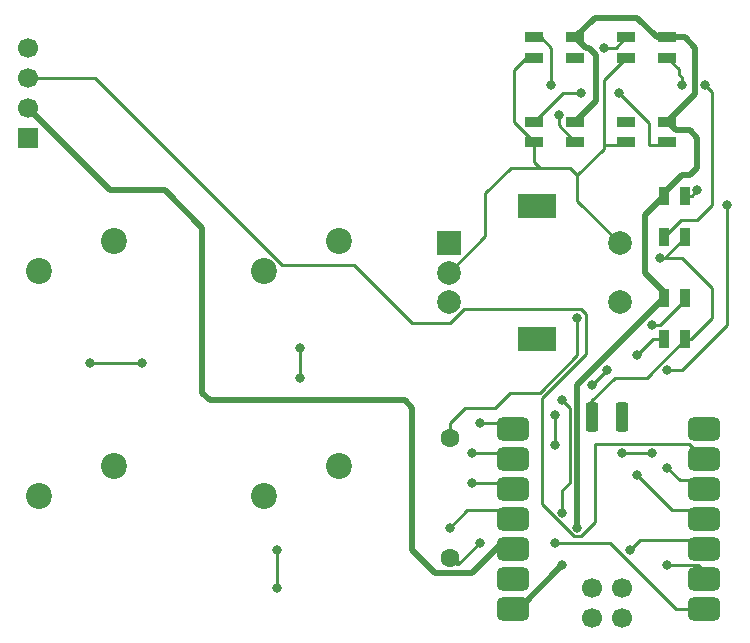
<source format=gbr>
%TF.GenerationSoftware,KiCad,Pcbnew,9.0.4*%
%TF.CreationDate,2026-01-21T00:58:39+05:30*%
%TF.ProjectId,Jayant co2 Hackpad,4a617961-6e74-4206-936f-32204861636b,rev?*%
%TF.SameCoordinates,Original*%
%TF.FileFunction,Copper,L1,Top*%
%TF.FilePolarity,Positive*%
%FSLAX46Y46*%
G04 Gerber Fmt 4.6, Leading zero omitted, Abs format (unit mm)*
G04 Created by KiCad (PCBNEW 9.0.4) date 2026-01-21 00:58:39*
%MOMM*%
%LPD*%
G01*
G04 APERTURE LIST*
G04 Aperture macros list*
%AMRoundRect*
0 Rectangle with rounded corners*
0 $1 Rounding radius*
0 $2 $3 $4 $5 $6 $7 $8 $9 X,Y pos of 4 corners*
0 Add a 4 corners polygon primitive as box body*
4,1,4,$2,$3,$4,$5,$6,$7,$8,$9,$2,$3,0*
0 Add four circle primitives for the rounded corners*
1,1,$1+$1,$2,$3*
1,1,$1+$1,$4,$5*
1,1,$1+$1,$6,$7*
1,1,$1+$1,$8,$9*
0 Add four rect primitives between the rounded corners*
20,1,$1+$1,$2,$3,$4,$5,0*
20,1,$1+$1,$4,$5,$6,$7,0*
20,1,$1+$1,$6,$7,$8,$9,0*
20,1,$1+$1,$8,$9,$2,$3,0*%
G04 Aperture macros list end*
%TA.AperFunction,ComponentPad*%
%ADD10R,1.700000X1.700000*%
%TD*%
%TA.AperFunction,ComponentPad*%
%ADD11C,1.700000*%
%TD*%
%TA.AperFunction,ComponentPad*%
%ADD12C,2.200000*%
%TD*%
%TA.AperFunction,SMDPad,CuDef*%
%ADD13R,1.600000X0.850000*%
%TD*%
%TA.AperFunction,ComponentPad*%
%ADD14C,1.600000*%
%TD*%
%TA.AperFunction,ComponentPad*%
%ADD15R,2.000000X2.000000*%
%TD*%
%TA.AperFunction,ComponentPad*%
%ADD16C,2.000000*%
%TD*%
%TA.AperFunction,ComponentPad*%
%ADD17R,3.200000X2.000000*%
%TD*%
%TA.AperFunction,SMDPad,CuDef*%
%ADD18R,0.850000X1.600000*%
%TD*%
%TA.AperFunction,SMDPad,CuDef*%
%ADD19RoundRect,0.500000X0.875000X0.500000X-0.875000X0.500000X-0.875000X-0.500000X0.875000X-0.500000X0*%
%TD*%
%TA.AperFunction,SMDPad,CuDef*%
%ADD20RoundRect,0.275000X0.275000X-0.975000X0.275000X0.975000X-0.275000X0.975000X-0.275000X-0.975000X0*%
%TD*%
%TA.AperFunction,SMDPad,CuDef*%
%ADD21C,1.700000*%
%TD*%
%TA.AperFunction,ViaPad*%
%ADD22C,0.800000*%
%TD*%
%TA.AperFunction,Conductor*%
%ADD23C,0.250000*%
%TD*%
%TA.AperFunction,Conductor*%
%ADD24C,0.500000*%
%TD*%
G04 APERTURE END LIST*
D10*
%TO.P,J1,1,Pin_1*%
%TO.N,GND*%
X80486250Y-92710000D03*
D11*
%TO.P,J1,2,Pin_2*%
%TO.N,+3.3V*%
X80486250Y-90170000D03*
%TO.P,J1,3,Pin_3*%
%TO.N,Net-(J1-Pin_3)*%
X80486250Y-87630000D03*
%TO.P,J1,4,Pin_4*%
%TO.N,Net-(J1-Pin_4)*%
X80486250Y-85090000D03*
%TD*%
D12*
%TO.P,SW1,1,1*%
%TO.N,GND*%
X87788750Y-101441250D03*
%TO.P,SW1,2,2*%
%TO.N,Net-(U1-GPIO1_D7_CSn_RX)*%
X81438750Y-103981250D03*
%TD*%
%TO.P,SW4,1,1*%
%TO.N,GND*%
X106838750Y-101441250D03*
%TO.P,SW4,2,2*%
%TO.N,Net-(U1-GPIO2_D8_SCK)*%
X100488750Y-103981250D03*
%TD*%
D13*
%TO.P,D3,1,DOUT*%
%TO.N,Net-(D3-DOUT)*%
X131120000Y-84215000D03*
%TO.P,D3,2,VSS*%
%TO.N,GND*%
X131120000Y-85965000D03*
%TO.P,D3,3,DIN*%
%TO.N,Net-(D2-DOUT)*%
X134620000Y-85965000D03*
%TO.P,D3,4,VDD*%
%TO.N,+5V*%
X134620000Y-84215000D03*
%TD*%
%TO.P,D9,1,DOUT*%
%TO.N,Net-(D5-DIN)*%
X123345000Y-91358750D03*
%TO.P,D9,2,VSS*%
%TO.N,GND*%
X123345000Y-93108750D03*
%TO.P,D9,3,DIN*%
%TO.N,Net-(D8-DOUT)*%
X126845000Y-93108750D03*
%TO.P,D9,4,VDD*%
%TO.N,+5V*%
X126845000Y-91358750D03*
%TD*%
D12*
%TO.P,SW6,1,1*%
%TO.N,GND*%
X87788750Y-120491250D03*
%TO.P,SW6,2,2*%
%TO.N,Net-(U1-GPIO4_D9_MISO)*%
X81438750Y-123031250D03*
%TD*%
D14*
%TO.P,R1,1*%
%TO.N,Net-(U1-GPIO26_A0_D0)*%
X116205000Y-128270000D03*
%TO.P,R1,2*%
%TO.N,Net-(D4-DIN)*%
X116205000Y-118110000D03*
%TD*%
D15*
%TO.P,SW10,A,A*%
%TO.N,Net-(U1-GPIO28_A2_D2)*%
X116098750Y-101640000D03*
D16*
%TO.P,SW10,B,B*%
%TO.N,Net-(U1-GPIO27_A1_D1)*%
X116098750Y-106640000D03*
%TO.P,SW10,C,C*%
%TO.N,GND*%
X116098750Y-104140000D03*
D17*
%TO.P,SW10,MP*%
%TO.N,N/C*%
X123598750Y-98540000D03*
X123598750Y-109740000D03*
D16*
%TO.P,SW10,S1,S1*%
%TO.N,Net-(U1-GPIO29_A3_D3)*%
X130598750Y-106640000D03*
%TO.P,SW10,S2,S2*%
%TO.N,GND*%
X130598750Y-101640000D03*
%TD*%
D18*
%TO.P,D4,1,DOUT*%
%TO.N,Net-(D2-DIN)*%
X134380000Y-109777500D03*
%TO.P,D4,2,VSS*%
%TO.N,GND*%
X136130000Y-109777500D03*
%TO.P,D4,3,DIN*%
%TO.N,Net-(D4-DIN)*%
X136130000Y-106277500D03*
%TO.P,D4,4,VDD*%
%TO.N,+5V*%
X134380000Y-106277500D03*
%TD*%
D19*
%TO.P,U1,1,GPIO26_A0_D0*%
%TO.N,Net-(U1-GPIO26_A0_D0)*%
X137722000Y-132592000D03*
%TO.P,U1,2,GPIO27_A1_D1*%
%TO.N,Net-(U1-GPIO27_A1_D1)*%
X137722000Y-130052000D03*
%TO.P,U1,3,GPIO28_A2_D2*%
%TO.N,Net-(U1-GPIO28_A2_D2)*%
X137722000Y-127512000D03*
%TO.P,U1,4,GPIO29_A3_D3*%
%TO.N,Net-(U1-GPIO29_A3_D3)*%
X137722000Y-124972000D03*
%TO.P,U1,5,GPIO6_D4_SDA*%
%TO.N,Net-(J1-Pin_4)*%
X137722000Y-122432000D03*
%TO.P,U1,6,GPIO7_D5_SCL*%
%TO.N,Net-(J1-Pin_3)*%
X137722000Y-119892000D03*
%TO.P,U1,7,GPIO0_D6_TX*%
%TO.N,unconnected-(U1-GPIO0_D6_TX-Pad7)*%
X137722000Y-117352000D03*
%TO.P,U1,8,GPIO1_D7_CSn_RX*%
%TO.N,Net-(U1-GPIO1_D7_CSn_RX)*%
X121557000Y-117352000D03*
%TO.P,U1,9,GPIO2_D8_SCK*%
%TO.N,Net-(U1-GPIO2_D8_SCK)*%
X121557000Y-119892000D03*
%TO.P,U1,10,GPIO4_D9_MISO*%
%TO.N,Net-(U1-GPIO4_D9_MISO)*%
X121557000Y-122432000D03*
%TO.P,U1,11,GPIO3_D10_MOSI*%
%TO.N,Net-(U1-GPIO3_D10_MOSI)*%
X121557000Y-124972000D03*
%TO.P,U1,12,3V3*%
%TO.N,+3.3V*%
X121557000Y-127512000D03*
%TO.P,U1,13,GND*%
%TO.N,unconnected-(U1-GND-Pad13)*%
X121557000Y-130052000D03*
%TO.P,U1,14,5V*%
%TO.N,+5V*%
X121557000Y-132592000D03*
D20*
%TO.P,U1,15,BAT*%
%TO.N,unconnected-(U1-BAT-Pad15)*%
X130810000Y-116332000D03*
%TO.P,U1,16,GND*%
%TO.N,GND*%
X128270000Y-116332000D03*
D21*
%TO.P,U1,17,SWDIO*%
%TO.N,unconnected-(U1-SWDIO-Pad17)*%
X130810000Y-133350000D03*
%TO.P,U1,18,SWDCLK*%
%TO.N,unconnected-(U1-SWDCLK-Pad18)*%
X128270000Y-133350000D03*
%TO.P,U1,19,RST*%
%TO.N,unconnected-(U1-RST-Pad19)*%
X130810000Y-130810000D03*
%TO.P,U1,20,GND*%
%TO.N,unconnected-(U1-GND-Pad20)*%
X128270000Y-130810000D03*
%TD*%
D13*
%TO.P,D8,1,DOUT*%
%TO.N,Net-(D8-DOUT)*%
X123345000Y-84215000D03*
%TO.P,D8,2,VSS*%
%TO.N,GND*%
X123345000Y-85965000D03*
%TO.P,D8,3,DIN*%
%TO.N,Net-(D3-DOUT)*%
X126845000Y-85965000D03*
%TO.P,D8,4,VDD*%
%TO.N,+5V*%
X126845000Y-84215000D03*
%TD*%
%TO.P,D5,1,DOUT*%
%TO.N,unconnected-(D5-DOUT-Pad1)*%
X131120000Y-91358750D03*
%TO.P,D5,2,VSS*%
%TO.N,GND*%
X131120000Y-93108750D03*
%TO.P,D5,3,DIN*%
%TO.N,Net-(D5-DIN)*%
X134620000Y-93108750D03*
%TO.P,D5,4,VDD*%
%TO.N,+5V*%
X134620000Y-91358750D03*
%TD*%
D12*
%TO.P,SW5,1,1*%
%TO.N,GND*%
X106838750Y-120491250D03*
%TO.P,SW5,2,2*%
%TO.N,Net-(U1-GPIO3_D10_MOSI)*%
X100488750Y-123031250D03*
%TD*%
D18*
%TO.P,D2,1,DOUT*%
%TO.N,Net-(D2-DOUT)*%
X134380000Y-101127500D03*
%TO.P,D2,2,VSS*%
%TO.N,GND*%
X136130000Y-101127500D03*
%TO.P,D2,3,DIN*%
%TO.N,Net-(D2-DIN)*%
X136130000Y-97627500D03*
%TO.P,D2,4,VDD*%
%TO.N,+5V*%
X134380000Y-97627500D03*
%TD*%
D22*
%TO.N,GND*%
X133985000Y-102870000D03*
%TO.N,Net-(D2-DOUT)*%
X137851250Y-88265000D03*
X135890000Y-88265000D03*
%TO.N,Net-(D2-DIN)*%
X134620000Y-112395000D03*
X132080000Y-111125000D03*
X137160000Y-97155000D03*
X139700000Y-98425000D03*
%TO.N,+5V*%
X125730000Y-128905000D03*
X134380000Y-106277500D03*
X127000000Y-125730000D03*
%TO.N,Net-(D3-DOUT)*%
X126845000Y-85965000D03*
X129222500Y-85090000D03*
%TO.N,Net-(D5-DIN)*%
X127317500Y-88900000D03*
X130492500Y-88900000D03*
%TO.N,Net-(D8-DOUT)*%
X125412500Y-90805000D03*
X124777500Y-88265000D03*
%TO.N,Net-(J1-Pin_4)*%
X129540000Y-112395000D03*
X130810000Y-119380000D03*
X128270000Y-113665000D03*
X134620000Y-120650000D03*
X133350000Y-119380000D03*
%TO.N,Net-(U1-GPIO26_A0_D0)*%
X125095000Y-127000000D03*
X118745000Y-127000000D03*
%TO.N,Net-(U1-GPIO1_D7_CSn_RX)*%
X90170000Y-111760000D03*
X118745000Y-116840000D03*
X85725000Y-111760000D03*
%TO.N,Net-(U1-GPIO2_D8_SCK)*%
X103505000Y-113030000D03*
X118110000Y-119380000D03*
X103505000Y-110490000D03*
%TO.N,Net-(U1-GPIO3_D10_MOSI)*%
X101600000Y-130810000D03*
X116205000Y-125730000D03*
X101600000Y-127635000D03*
%TO.N,Net-(U1-GPIO4_D9_MISO)*%
X118110000Y-121920000D03*
%TO.N,Net-(U1-GPIO28_A2_D2)*%
X131445000Y-127635000D03*
X125730000Y-114935000D03*
X125730000Y-124460000D03*
%TO.N,Net-(U1-GPIO29_A3_D3)*%
X132080000Y-121285000D03*
%TO.N,Net-(U1-GPIO27_A1_D1)*%
X134620000Y-128905000D03*
X125095000Y-118745000D03*
X125095000Y-116205000D03*
%TO.N,Net-(D4-DIN)*%
X127000000Y-107950000D03*
X133350000Y-108585000D03*
%TD*%
D23*
%TO.N,GND*%
X132877500Y-113030000D02*
X130175000Y-113030000D01*
X123345000Y-94770000D02*
X123825000Y-95250000D01*
X136130000Y-109777500D02*
X136602500Y-109777500D01*
X121358750Y-95250000D02*
X123825000Y-95250000D01*
X129222500Y-87862500D02*
X129222500Y-93345000D01*
X129222500Y-87862500D02*
X131120000Y-85965000D01*
X138430000Y-107950000D02*
X138430000Y-105410000D01*
X122632500Y-85965000D02*
X121602500Y-86995000D01*
X129222500Y-93655000D02*
X126992500Y-95885000D01*
X119217500Y-101021250D02*
X116098750Y-104140000D01*
X129222500Y-93345000D02*
X129222500Y-93655000D01*
X126357500Y-95250000D02*
X126992500Y-95885000D01*
X126992500Y-95885000D02*
X126992500Y-98033750D01*
X121602500Y-91366250D02*
X123345000Y-93108750D01*
X119217500Y-101021250D02*
X119217500Y-97391250D01*
X133985000Y-102870000D02*
X134387500Y-102870000D01*
X130883750Y-93345000D02*
X129222500Y-93345000D01*
X128184250Y-115020750D02*
X128184250Y-117389250D01*
X131120000Y-93108750D02*
X130883750Y-93345000D01*
X135890000Y-102870000D02*
X133985000Y-102870000D01*
X123345000Y-85965000D02*
X122632500Y-85965000D01*
X130175000Y-113030000D02*
X128184250Y-115020750D01*
X136130000Y-109777500D02*
X132877500Y-113030000D01*
X126992500Y-98033750D02*
X130598750Y-101640000D01*
X123825000Y-95250000D02*
X126357500Y-95250000D01*
X121602500Y-86995000D02*
X121602500Y-91366250D01*
X136602500Y-109777500D02*
X138430000Y-107950000D01*
X119217500Y-97391250D02*
X121358750Y-95250000D01*
X123345000Y-93108750D02*
X123345000Y-94770000D01*
X134387500Y-102870000D02*
X136130000Y-101127500D01*
X138430000Y-105410000D02*
X135890000Y-102870000D01*
%TO.N,Net-(D2-DOUT)*%
X138430000Y-88843750D02*
X137851250Y-88265000D01*
X138430000Y-98425000D02*
X137160000Y-99695000D01*
X135812500Y-99695000D02*
X134380000Y-101127500D01*
X135890000Y-88265000D02*
X135890000Y-87630000D01*
X135572500Y-87312500D02*
X135572500Y-86917500D01*
X135890000Y-87630000D02*
X135572500Y-87312500D01*
X138430000Y-98425000D02*
X138430000Y-88843750D01*
X137160000Y-99695000D02*
X135812500Y-99695000D01*
X135572500Y-86917500D02*
X134620000Y-85965000D01*
%TO.N,Net-(D2-DIN)*%
X135890000Y-112395000D02*
X134620000Y-112395000D01*
X139700000Y-108585000D02*
X135890000Y-112395000D01*
X139700000Y-98425000D02*
X139700000Y-108585000D01*
X136687500Y-97627500D02*
X137160000Y-97155000D01*
X132080000Y-111125000D02*
X133427500Y-109777500D01*
X136130000Y-97627500D02*
X136687500Y-97627500D01*
X133427500Y-109777500D02*
X134380000Y-109777500D01*
D24*
%TO.N,+5V*%
X127000000Y-125730000D02*
X127000000Y-113657500D01*
X134620000Y-91358750D02*
X135336250Y-92075000D01*
X137160000Y-95250000D02*
X136525000Y-95885000D01*
X136126250Y-84215000D02*
X137001250Y-85090000D01*
X126845000Y-84215000D02*
X127720000Y-85090000D01*
X127720000Y-85090000D02*
X127952500Y-85090000D01*
X137160000Y-92710000D02*
X137160000Y-95250000D01*
X128587500Y-89616250D02*
X126845000Y-91358750D01*
X127952500Y-85090000D02*
X128587500Y-85725000D01*
X132715000Y-99292500D02*
X134380000Y-97627500D01*
X137001250Y-88977500D02*
X134620000Y-91358750D01*
X133745000Y-84215000D02*
X132080000Y-82550000D01*
X121557000Y-132592000D02*
X122043000Y-132592000D01*
X134620000Y-84215000D02*
X133745000Y-84215000D01*
X128510000Y-82550000D02*
X126845000Y-84215000D01*
X127000000Y-113657500D02*
X134380000Y-106277500D01*
X135336250Y-92075000D02*
X136525000Y-92075000D01*
X134380000Y-106277500D02*
X134380000Y-105805000D01*
X132715000Y-104140000D02*
X132715000Y-99292500D01*
X134380000Y-97395000D02*
X134380000Y-97627500D01*
X136525000Y-92075000D02*
X137160000Y-92710000D01*
X134380000Y-105805000D02*
X132715000Y-104140000D01*
X136525000Y-95885000D02*
X135890000Y-95885000D01*
X128587500Y-85725000D02*
X128587500Y-89616250D01*
X132080000Y-82550000D02*
X128510000Y-82550000D01*
X134620000Y-84215000D02*
X136126250Y-84215000D01*
X135890000Y-95885000D02*
X134380000Y-97395000D01*
X122043000Y-132592000D02*
X125730000Y-128905000D01*
X137001250Y-85090000D02*
X137001250Y-88977500D01*
D23*
%TO.N,Net-(D3-DOUT)*%
X130245000Y-85090000D02*
X129222500Y-85090000D01*
X131120000Y-84215000D02*
X130245000Y-85090000D01*
%TO.N,Net-(D5-DIN)*%
X130492500Y-88900000D02*
X133032500Y-91440000D01*
X123345000Y-91358750D02*
X125803750Y-88900000D01*
X134383750Y-93345000D02*
X134620000Y-93108750D01*
X133032500Y-93345000D02*
X134383750Y-93345000D01*
X125803750Y-88900000D02*
X127317500Y-88900000D01*
X133032500Y-91440000D02*
X133032500Y-93345000D01*
%TO.N,Net-(D8-DOUT)*%
X125412500Y-90805000D02*
X125412500Y-91676250D01*
X124777500Y-85090000D02*
X124777500Y-88265000D01*
X125412500Y-91676250D02*
X126845000Y-93108750D01*
X123902500Y-84215000D02*
X124777500Y-85090000D01*
X123345000Y-84215000D02*
X123902500Y-84215000D01*
D24*
%TO.N,+3.3V*%
X95885000Y-114935000D02*
X95250000Y-114300000D01*
X95250000Y-114300000D02*
X95250000Y-100330000D01*
X112395000Y-114935000D02*
X95885000Y-114935000D01*
X113030000Y-115570000D02*
X112395000Y-114935000D01*
X92075000Y-97155000D02*
X87471250Y-97155000D01*
X118110000Y-129540000D02*
X114935000Y-129540000D01*
X121471250Y-126805500D02*
X120844500Y-126805500D01*
X95250000Y-100330000D02*
X92075000Y-97155000D01*
X87471250Y-97155000D02*
X80486250Y-90170000D01*
X114935000Y-129540000D02*
X113030000Y-127635000D01*
X120844500Y-126805500D02*
X118110000Y-129540000D01*
X113030000Y-127635000D02*
X113030000Y-115570000D01*
D23*
%TO.N,Net-(J1-Pin_3)*%
X126699280Y-126456000D02*
X124011810Y-123768530D01*
X116205000Y-108408998D02*
X113000324Y-108408998D01*
X124011810Y-123768530D02*
X124011810Y-114751000D01*
X128484438Y-118654000D02*
X128484438Y-125272282D01*
X137722000Y-119892000D02*
X136484000Y-118654000D01*
X113000324Y-108408998D02*
X108096326Y-103505000D01*
X136484000Y-118654000D02*
X128484438Y-118654000D01*
X102029169Y-103505000D02*
X86154169Y-87630000D01*
X117389998Y-107224000D02*
X116205000Y-108408998D01*
X86154169Y-87630000D02*
X80486250Y-87630000D01*
X127300720Y-107224000D02*
X117389998Y-107224000D01*
X124011810Y-114751000D02*
X127726000Y-111036810D01*
X127300720Y-126456000D02*
X126699280Y-126456000D01*
X127726000Y-111036810D02*
X127726000Y-107649280D01*
X108096326Y-103505000D02*
X102029169Y-103505000D01*
X128484438Y-125272282D02*
X127300720Y-126456000D01*
X127726000Y-107649280D02*
X127300720Y-107224000D01*
%TO.N,Net-(J1-Pin_4)*%
X134620000Y-120650000D02*
X135695500Y-121725500D01*
X135695500Y-121725500D02*
X137636250Y-121725500D01*
X129540000Y-112395000D02*
X128270000Y-113665000D01*
X130810000Y-119380000D02*
X133350000Y-119380000D01*
%TO.N,Net-(U1-GPIO26_A0_D0)*%
X125095000Y-127000000D02*
X129783280Y-127000000D01*
X135375280Y-132592000D02*
X137722000Y-132592000D01*
X116781000Y-128846000D02*
X116899000Y-128846000D01*
X116899000Y-128846000D02*
X118745000Y-127000000D01*
X129783280Y-127000000D02*
X135375280Y-132592000D01*
X116205000Y-128270000D02*
X116781000Y-128846000D01*
%TO.N,Net-(U1-GPIO1_D7_CSn_RX)*%
X118745000Y-116840000D02*
X121276750Y-116840000D01*
X85725000Y-111760000D02*
X90170000Y-111760000D01*
%TO.N,Net-(U1-GPIO2_D8_SCK)*%
X118110000Y-119380000D02*
X121276750Y-119380000D01*
X103505000Y-110490000D02*
X103505000Y-113030000D01*
%TO.N,Net-(U1-GPIO3_D10_MOSI)*%
X117669500Y-124265500D02*
X121471250Y-124265500D01*
X116205000Y-125730000D02*
X117669500Y-124265500D01*
X101600000Y-127635000D02*
X101600000Y-130810000D01*
%TO.N,Net-(U1-GPIO4_D9_MISO)*%
X118110000Y-121920000D02*
X121276750Y-121920000D01*
%TO.N,Net-(U1-GPIO28_A2_D2)*%
X126365000Y-115570000D02*
X126365000Y-121920000D01*
X132274500Y-126805500D02*
X137636250Y-126805500D01*
X125730000Y-114935000D02*
X126365000Y-115570000D01*
X126365000Y-121920000D02*
X125730000Y-122555000D01*
X125730000Y-122555000D02*
X125730000Y-124460000D01*
X131445000Y-127635000D02*
X132274500Y-126805500D01*
%TO.N,Net-(U1-GPIO29_A3_D3)*%
X132080000Y-121285000D02*
X135060500Y-124265500D01*
X135060500Y-124265500D02*
X137636250Y-124265500D01*
%TO.N,Net-(U1-GPIO27_A1_D1)*%
X125095000Y-116205000D02*
X125095000Y-118745000D01*
X137195750Y-128905000D02*
X137636250Y-129345500D01*
X134620000Y-128905000D02*
X137195750Y-128905000D01*
%TO.N,Net-(D4-DIN)*%
X127000000Y-111125000D02*
X123825000Y-114300000D01*
X121285000Y-114300000D02*
X120015000Y-115570000D01*
X136130000Y-106277500D02*
X136130000Y-106440000D01*
X117475000Y-115570000D02*
X116205000Y-116840000D01*
X127000000Y-107950000D02*
X127000000Y-111125000D01*
X133985000Y-108585000D02*
X133350000Y-108585000D01*
X120015000Y-115570000D02*
X117475000Y-115570000D01*
X116205000Y-116840000D02*
X116205000Y-118110000D01*
X123825000Y-114300000D02*
X121285000Y-114300000D01*
X136130000Y-106440000D02*
X133985000Y-108585000D01*
%TD*%
M02*

</source>
